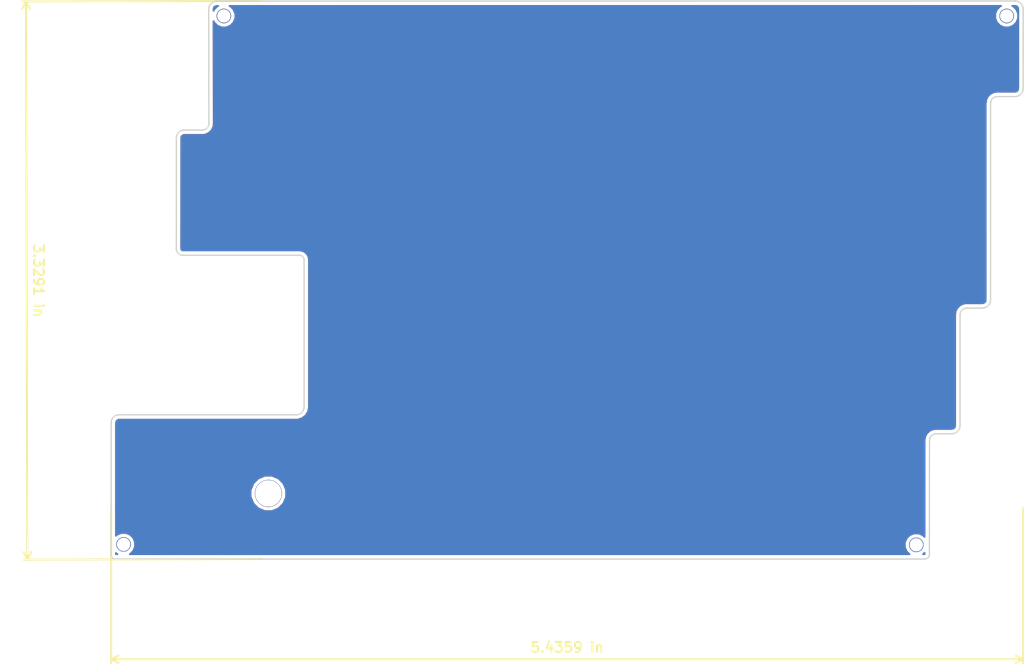
<source format=kicad_pcb>
(kicad_pcb (version 20171130) (host pcbnew "(5.0.2)-1")

  (general
    (thickness 1.6)
    (drawings 160)
    (tracks 5)
    (zones 0)
    (modules 0)
    (nets 1)
  )

  (page A4)
  (layers
    (0 F.Cu signal)
    (31 B.Cu signal)
    (32 B.Adhes user hide)
    (33 F.Adhes user hide)
    (34 B.Paste user hide)
    (35 F.Paste user hide)
    (36 B.SilkS user)
    (37 F.SilkS user)
    (38 B.Mask user)
    (39 F.Mask user)
    (40 Dwgs.User user)
    (41 Cmts.User user)
    (42 Eco1.User user)
    (43 Eco2.User user)
    (44 Edge.Cuts user)
    (45 Margin user)
    (46 B.CrtYd user)
    (47 F.CrtYd user)
    (48 B.Fab user)
    (49 F.Fab user)
  )

  (setup
    (last_trace_width 0.25)
    (trace_clearance 0.2)
    (zone_clearance 0.508)
    (zone_45_only no)
    (trace_min 0.2)
    (segment_width 0.2)
    (edge_width 0.2)
    (via_size 0.8)
    (via_drill 0.4)
    (via_min_size 0.4)
    (via_min_drill 0.3)
    (uvia_size 0.3)
    (uvia_drill 0.1)
    (uvias_allowed no)
    (uvia_min_size 0.2)
    (uvia_min_drill 0.1)
    (pcb_text_width 0.3)
    (pcb_text_size 1.5 1.5)
    (mod_edge_width 0.15)
    (mod_text_size 1 1)
    (mod_text_width 0.15)
    (pad_size 1.524 1.524)
    (pad_drill 0.762)
    (pad_to_mask_clearance 0.051)
    (solder_mask_min_width 0.25)
    (aux_axis_origin 0 0)
    (visible_elements 7FFFFFFF)
    (pcbplotparams
      (layerselection 0x010f0_ffffffff)
      (usegerberextensions false)
      (usegerberattributes false)
      (usegerberadvancedattributes false)
      (creategerberjobfile false)
      (excludeedgelayer true)
      (linewidth 0.100000)
      (plotframeref false)
      (viasonmask false)
      (mode 1)
      (useauxorigin false)
      (hpglpennumber 1)
      (hpglpenspeed 20)
      (hpglpendiameter 15.000000)
      (psnegative false)
      (psa4output false)
      (plotreference true)
      (plotvalue true)
      (plotinvisibletext false)
      (padsonsilk false)
      (subtractmaskfromsilk false)
      (outputformat 1)
      (mirror false)
      (drillshape 0)
      (scaleselection 1)
      (outputdirectory "../../../../../Desktop/sockets-split-1.2/sockets-split-bottom/"))
  )

  (net 0 "")

  (net_class Default "これはデフォルトのネット クラスです。"
    (clearance 0.2)
    (trace_width 0.25)
    (via_dia 0.8)
    (via_drill 0.4)
    (uvia_dia 0.3)
    (uvia_drill 0.1)
  )

  (dimension 138.072998 (width 0.3) (layer F.SilkS)
    (gr_text "138.073 mm" (at 143.286499 153.57) (layer F.SilkS)
      (effects (font (size 1.5 1.5) (thickness 0.3)))
    )
    (feature1 (pts (xy 212.322998 128.58) (xy 212.322998 152.056421)))
    (feature2 (pts (xy 74.25 128.58) (xy 74.25 152.056421)))
    (crossbar (pts (xy 74.25 151.47) (xy 212.322998 151.47)))
    (arrow1a (pts (xy 212.322998 151.47) (xy 211.196494 152.056421)))
    (arrow1b (pts (xy 212.322998 151.47) (xy 211.196494 150.883579)))
    (arrow2a (pts (xy 74.25 151.47) (xy 75.376504 152.056421)))
    (arrow2b (pts (xy 74.25 151.47) (xy 75.376504 150.883579)))
  )
  (dimension 84.560237 (width 0.3) (layer F.SilkS)
    (gr_text "84.560 mm" (at 59.354128 94.099181 270.1355148) (layer F.SilkS)
      (effects (font (size 1.5 1.5) (thickness 0.3)))
    )
    (feature1 (pts (xy 97.16 136.29) (xy 60.967702 136.375601)))
    (feature2 (pts (xy 96.96 51.73) (xy 60.767702 51.815601)))
    (crossbar (pts (xy 61.354122 51.814214) (xy 61.554122 136.374214)))
    (arrow1a (pts (xy 61.554122 136.374214) (xy 60.965039 135.2491)))
    (arrow1b (pts (xy 61.554122 136.374214) (xy 62.137877 135.246326)))
    (arrow2a (pts (xy 61.354122 51.814214) (xy 60.770367 52.942102)))
    (arrow2b (pts (xy 61.354122 51.814214) (xy 61.943205 52.939328)))
  )
  (gr_circle (center 98.06 126.35) (end 100.21 126.35) (layer B.Mask) (width 0.2) (tstamp 5DD47D6B))
  (gr_circle (center 98.06 126.35) (end 100.21 126.35) (layer F.Mask) (width 0.2))
  (gr_circle (center 196.15 134.129958) (end 197.340042 134.129958) (layer B.Mask) (width 0.2) (tstamp 5DD47D25))
  (gr_circle (center 196.15 134.129958) (end 197.340042 134.129958) (layer F.Mask) (width 0.2) (tstamp 5DD47D25))
  (gr_circle (center 76.129958 134.067) (end 77.32 134.067) (layer B.Mask) (width 0.2) (tstamp 5DD47D25))
  (gr_circle (center 76.129958 134.067) (end 77.32 134.067) (layer F.Mask) (width 0.2) (tstamp 5DD47D25))
  (gr_circle (center 91.31 53.99) (end 92.500042 53.99) (layer B.Mask) (width 0.2) (tstamp 5DD47D25))
  (gr_circle (center 91.309958 53.99) (end 90.419958 53.2) (layer F.Mask) (width 0.2) (tstamp 5DD47D17))
  (gr_circle (center 209.84 53.999958) (end 211.030042 53.999958) (layer B.Mask) (width 0.2) (tstamp 5DD47D17))
  (gr_circle (center 209.839958 54) (end 208.949958 53.21) (layer F.Mask) (width 0.2))
  (gr_arc (start 197.43 135.58) (end 197.43 136.29) (angle -90) (layer Edge.Cuts) (width 0.2))
  (gr_line (start 198.151 118.35) (end 198.137 135.596) (layer Edge.Cuts) (width 0.2))
  (gr_arc (start 74.82 135.717) (end 74.25 135.717) (angle -90) (layer Edge.Cuts) (width 0.2))
  (gr_arc (start 102.259834 113.229999) (end 102.279833 114.429998) (angle -89.04515875) (layer Edge.Cuts) (width 0.2))
  (gr_line (start 75.45 114.43) (end 102.29 114.43) (layer Edge.Cuts) (width 0.2))
  (gr_arc (start 75.430042 115.599999) (end 75.440041 114.43) (angle -90.48969559) (layer Edge.Cuts) (width 0.2))
  (gr_arc (start 102.77 90.95) (end 103.46 90.95) (angle -90) (layer Edge.Cuts) (width 0.2))
  (gr_line (start 85.09 90.26) (end 102.72 90.26) (layer Edge.Cuts) (width 0.2))
  (gr_line (start 103.46 90.99) (end 103.46 113.23) (layer Edge.Cuts) (width 0.2))
  (gr_line (start 88.2842 71.2565) (end 88.6021 71.1193) (layer Edge.Cuts) (width 0.2))
  (gr_arc (start 85.09 89.28) (end 84.11 89.28) (angle -90) (layer Edge.Cuts) (width 0.2) (tstamp 5DBC59B8))
  (gr_line (start 202.722 116.438) (end 202.719 116.449) (layer Edge.Cuts) (width 0.2))
  (gr_line (start 202.776 99.335) (end 202.776 99.337) (layer Edge.Cuts) (width 0.2))
  (gr_line (start 202.522 116.837) (end 202.247 117.097) (layer Edge.Cuts) (width 0.2))
  (gr_line (start 202.543 116.809) (end 202.522 116.837) (layer Edge.Cuts) (width 0.2))
  (gr_line (start 202.755 116.159) (end 202.722 116.438) (layer Edge.Cuts) (width 0.2))
  (gr_line (start 202.771 116.131) (end 202.755 116.159) (layer Edge.Cuts) (width 0.2))
  (gr_line (start 202.776 116.105) (end 202.771 116.131) (layer Edge.Cuts) (width 0.2))
  (gr_line (start 202.818 98.977) (end 202.776 99.335) (layer Edge.Cuts) (width 0.2))
  (gr_line (start 206.216 98.26) (end 206.19 98.265) (layer Edge.Cuts) (width 0.2))
  (gr_line (start 206.486 98.219) (end 206.472 98.223) (layer Edge.Cuts) (width 0.2))
  (gr_line (start 202.543 116.809) (end 202.543 116.809) (layer Edge.Cuts) (width 0.2))
  (gr_line (start 202.712 116.471) (end 202.543 116.809) (layer Edge.Cuts) (width 0.2))
  (gr_line (start 202.776 99.337) (end 202.776 116.105) (layer Edge.Cuts) (width 0.2))
  (gr_line (start 202.972 98.67) (end 202.818 98.977) (layer Edge.Cuts) (width 0.2))
  (gr_line (start 203.222 98.434) (end 202.972 98.67) (layer Edge.Cuts) (width 0.2))
  (gr_line (start 206.231 98.252) (end 206.216 98.26) (layer Edge.Cuts) (width 0.2))
  (gr_line (start 203.777 98.269) (end 203.54 98.297) (layer Edge.Cuts) (width 0.2))
  (gr_line (start 203.806 98.261) (end 203.777 98.269) (layer Edge.Cuts) (width 0.2))
  (gr_line (start 202.719 116.449) (end 202.712 116.471) (layer Edge.Cuts) (width 0.2))
  (gr_line (start 206.19 98.265) (end 203.806 98.261) (layer Edge.Cuts) (width 0.2))
  (gr_line (start 203.54 98.297) (end 203.222 98.434) (layer Edge.Cuts) (width 0.2))
  (gr_line (start 206.472 98.223) (end 206.231 98.252) (layer Edge.Cuts) (width 0.2))
  (gr_line (start 202.247 117.097) (end 202.218 117.116) (layer Edge.Cuts) (width 0.2))
  (gr_line (start 206.848 98.066) (end 206.5 98.216) (layer Edge.Cuts) (width 0.2))
  (gr_line (start 206.877 98.047) (end 206.848 98.066) (layer Edge.Cuts) (width 0.2))
  (gr_line (start 207.152 97.787) (end 206.877 98.047) (layer Edge.Cuts) (width 0.2))
  (gr_line (start 207.173 97.759) (end 207.152 97.787) (layer Edge.Cuts) (width 0.2))
  (gr_line (start 207.173 97.759) (end 207.173 97.759) (layer Edge.Cuts) (width 0.2))
  (gr_line (start 207.387 97.094) (end 207.352 97.388) (layer Edge.Cuts) (width 0.2))
  (gr_line (start 207.398 97.0572) (end 207.393 97.083) (layer Edge.Cuts) (width 0.2))
  (gr_line (start 208.17 66.2435) (end 207.852 66.3807) (layer Edge.Cuts) (width 0.2))
  (gr_line (start 207.352 97.388) (end 207.349 97.399) (layer Edge.Cuts) (width 0.2))
  (gr_line (start 207.852 66.3807) (end 207.602 66.6163) (layer Edge.Cuts) (width 0.2) (tstamp 5DE6B785))
  (gr_line (start 207.342 97.421) (end 207.173 97.759) (layer Edge.Cuts) (width 0.2))
  (gr_line (start 207.393 97.083) (end 207.387 97.094) (layer Edge.Cuts) (width 0.2))
  (gr_line (start 207.448 66.9231) (end 207.406 67.2816) (layer Edge.Cuts) (width 0.2))
  (gr_line (start 208.424 66.2105) (end 208.407 66.2158) (layer Edge.Cuts) (width 0.2))
  (gr_line (start 207.406 67.2816) (end 207.396 67.3148) (layer Edge.Cuts) (width 0.2))
  (gr_line (start 211.126 66.2116) (end 211.117 66.2133) (layer Edge.Cuts) (width 0.2))
  (gr_line (start 211.149 66.2129) (end 211.126 66.2116) (layer Edge.Cuts) (width 0.2))
  (gr_line (start 207.602 66.6163) (end 207.448 66.9231) (layer Edge.Cuts) (width 0.2))
  (gr_line (start 207.349 97.399) (end 207.342 97.421) (layer Edge.Cuts) (width 0.2))
  (gr_line (start 208.407 66.2158) (end 208.17 66.2435) (layer Edge.Cuts) (width 0.2))
  (gr_line (start 211.117 66.2133) (end 208.424 66.2105) (layer Edge.Cuts) (width 0.2))
  (gr_line (start 206.5 98.216) (end 206.486 98.219) (layer Edge.Cuts) (width 0.2))
  (gr_line (start 207.396 67.3148) (end 207.398 97.0572) (layer Edge.Cuts) (width 0.2))
  (gr_line (start 74.247 135.717) (end 74.247 115.593) (layer Edge.Cuts) (width 0.2))
  (gr_line (start 84.1516 72.1524) (end 84.1615 72.1191) (layer Edge.Cuts) (width 0.2))
  (gr_line (start 84.1097 72.5631) (end 84.1077 72.5284) (layer Edge.Cuts) (width 0.2))
  (gr_line (start 84.1235 72.595) (end 84.1097 72.5631) (layer Edge.Cuts) (width 0.2))
  (gr_line (start 84.1239 72.5954) (end 84.1235 72.595) (layer Edge.Cuts) (width 0.2))
  (gr_line (start 84.113 89.2607) (end 84.1239 72.5954) (layer Edge.Cuts) (width 0.2))
  (gr_line (start 84.3521 71.753) (end 84.6274 71.4931) (layer Edge.Cuts) (width 0.2))
  (gr_line (start 84.3314 71.7808) (end 84.3521 71.753) (layer Edge.Cuts) (width 0.2))
  (gr_line (start 84.1615 72.1191) (end 84.3314 71.7808) (layer Edge.Cuts) (width 0.2))
  (gr_line (start 84.1077 72.5284) (end 84.1516 72.1524) (layer Edge.Cuts) (width 0.2))
  (gr_line (start 197.442 136.29) (end 74.82 136.29) (layer Edge.Cuts) (width 0.2))
  (gr_line (start 201.842 117.273) (end 201.605 117.301) (layer Edge.Cuts) (width 0.2))
  (gr_line (start 202.218 117.116) (end 201.87 117.266) (layer Edge.Cuts) (width 0.2))
  (gr_line (start 201.87 117.266) (end 201.856 117.269) (layer Edge.Cuts) (width 0.2))
  (gr_line (start 198.594 117.474) (end 198.344 117.71) (layer Edge.Cuts) (width 0.2))
  (gr_line (start 199.145 117.31) (end 198.912 117.337) (layer Edge.Cuts) (width 0.2))
  (gr_line (start 201.856 117.269) (end 201.842 117.273) (layer Edge.Cuts) (width 0.2))
  (gr_line (start 201.605 117.301) (end 201.594 117.307) (layer Edge.Cuts) (width 0.2))
  (gr_line (start 198.344 117.71) (end 198.19 118.017) (layer Edge.Cuts) (width 0.2))
  (gr_line (start 201.568 117.312) (end 199.159 117.312) (layer Edge.Cuts) (width 0.2))
  (gr_line (start 198.912 117.337) (end 198.594 117.474) (layer Edge.Cuts) (width 0.2))
  (gr_line (start 201.594 117.307) (end 201.568 117.312) (layer Edge.Cuts) (width 0.2))
  (gr_line (start 198.19 118.017) (end 198.151 118.35) (layer Edge.Cuts) (width 0.2))
  (gr_line (start 199.159 117.312) (end 199.145 117.31) (layer Edge.Cuts) (width 0.2))
  (gr_line (start 212.324 64.9677) (end 212.324 64.9716) (layer Edge.Cuts) (width 0.2))
  (gr_line (start 211.776 66.0259) (end 211.428 66.1759) (layer Edge.Cuts) (width 0.2))
  (gr_line (start 212.32 52.9105) (end 212.322 52.9153) (layer Edge.Cuts) (width 0.2))
  (gr_line (start 211.805 66.0069) (end 211.776 66.0259) (layer Edge.Cuts) (width 0.2))
  (gr_line (start 212.281 65.3476) (end 212.277 65.3591) (layer Edge.Cuts) (width 0.2))
  (gr_line (start 212.32 52.9065) (end 212.32 52.9105) (layer Edge.Cuts) (width 0.2))
  (gr_line (start 212.327 52.9413) (end 212.324 64.9677) (layer Edge.Cuts) (width 0.2))
  (gr_line (start 212.322 52.9153) (end 212.327 52.9413) (layer Edge.Cuts) (width 0.2))
  (gr_line (start 212.29 52.655) (end 212.32 52.9065) (layer Edge.Cuts) (width 0.2))
  (gr_line (start 212.271 65.3809) (end 212.101 65.7192) (layer Edge.Cuts) (width 0.2))
  (gr_line (start 212.317 65.0366) (end 212.281 65.3476) (layer Edge.Cuts) (width 0.2))
  (gr_line (start 211.4 66.1834) (end 211.149 66.2129) (layer Edge.Cuts) (width 0.2))
  (gr_line (start 211.414 66.1793) (end 211.4 66.1834) (layer Edge.Cuts) (width 0.2))
  (gr_line (start 212.286 52.6411) (end 212.29 52.655) (layer Edge.Cuts) (width 0.2))
  (gr_line (start 212.324 64.9716) (end 212.324 64.9735) (layer Edge.Cuts) (width 0.2))
  (gr_line (start 211.428 66.1759) (end 211.414 66.1793) (layer Edge.Cuts) (width 0.2))
  (gr_line (start 212.08 65.747) (end 211.805 66.0069) (layer Edge.Cuts) (width 0.2))
  (gr_line (start 212.32 65.0318) (end 212.317 65.0366) (layer Edge.Cuts) (width 0.2))
  (gr_line (start 212.324 64.9735) (end 212.324 65.0058) (layer Edge.Cuts) (width 0.2))
  (gr_line (start 212.101 65.7192) (end 212.08 65.747) (layer Edge.Cuts) (width 0.2))
  (gr_line (start 212.277 65.3591) (end 212.271 65.3809) (layer Edge.Cuts) (width 0.2))
  (gr_line (start 212.324 65.0058) (end 212.32 65.0318) (layer Edge.Cuts) (width 0.2))
  (gr_line (start 90.1987 51.7494) (end 90.2247 51.7448) (layer Edge.Cuts) (width 0.2))
  (gr_line (start 212.114 52.2504) (end 212.133 52.2794) (layer Edge.Cuts) (width 0.2))
  (gr_line (start 211.042 51.7335) (end 211.044 51.7327) (layer Edge.Cuts) (width 0.2))
  (gr_line (start 89.5461 51.9574) (end 89.5664 51.9441) (layer Edge.Cuts) (width 0.2))
  (gr_line (start 211.044 51.7327) (end 211.079 51.7307) (layer Edge.Cuts) (width 0.2))
  (gr_line (start 89.5374 51.9631) (end 89.5461 51.9574) (layer Edge.Cuts) (width 0.2))
  (gr_line (start 211.102 51.7334) (end 211.12 51.7334) (layer Edge.Cuts) (width 0.2))
  (gr_line (start 211.826 51.9544) (end 211.854 51.9751) (layer Edge.Cuts) (width 0.2))
  (gr_line (start 211.12 51.7334) (end 211.146 51.738) (layer Edge.Cuts) (width 0.2))
  (gr_line (start 211.079 51.7307) (end 211.102 51.7334) (layer Edge.Cuts) (width 0.2))
  (gr_line (start 90.2247 51.7448) (end 211.042 51.7335) (layer Edge.Cuts) (width 0.2))
  (gr_line (start 89.914 51.7941) (end 89.9281 51.7907) (layer Edge.Cuts) (width 0.2))
  (gr_line (start 211.488 51.7845) (end 211.826 51.9544) (layer Edge.Cuts) (width 0.2))
  (gr_line (start 211.147 51.7387) (end 211.455 51.7746) (layer Edge.Cuts) (width 0.2))
  (gr_line (start 211.146 51.738) (end 211.147 51.7387) (layer Edge.Cuts) (width 0.2))
  (gr_line (start 89.942 51.7866) (end 90.1832 51.7583) (layer Edge.Cuts) (width 0.2))
  (gr_line (start 212.283 52.627) (end 212.286 52.6411) (layer Edge.Cuts) (width 0.2))
  (gr_line (start 89.9281 51.7907) (end 89.942 51.7866) (layer Edge.Cuts) (width 0.2))
  (gr_line (start 211.854 51.9751) (end 212.114 52.2504) (layer Edge.Cuts) (width 0.2))
  (gr_line (start 212.133 52.2794) (end 212.283 52.627) (layer Edge.Cuts) (width 0.2))
  (gr_line (start 89.5664 51.9441) (end 89.914 51.7941) (layer Edge.Cuts) (width 0.2))
  (gr_line (start 211.455 51.7746) (end 211.488 51.7845) (layer Edge.Cuts) (width 0.2))
  (gr_line (start 90.1832 51.7583) (end 90.1987 51.7494) (layer Edge.Cuts) (width 0.2))
  (gr_line (start 89.2414 52.2508) (end 89.2621 52.223) (layer Edge.Cuts) (width 0.2))
  (gr_line (start 88.8518 70.8837) (end 89.0058 70.5769) (layer Edge.Cuts) (width 0.2))
  (gr_line (start 85.032 71.3166) (end 85.2835 71.2871) (layer Edge.Cuts) (width 0.2))
  (gr_line (start 84.6274 71.4931) (end 84.6564 71.4741) (layer Edge.Cuts) (width 0.2))
  (gr_line (start 89.0715 52.5891) (end 89.2414 52.2508) (layer Edge.Cuts) (width 0.2))
  (gr_line (start 89.0219 52.9265) (end 89.0271 52.9173) (layer Edge.Cuts) (width 0.2))
  (gr_line (start 89.0616 52.6224) (end 89.0715 52.5891) (layer Edge.Cuts) (width 0.2))
  (gr_line (start 89.0271 52.9173) (end 89.0616 52.6224) (layer Edge.Cuts) (width 0.2))
  (gr_line (start 89.0476 70.2191) (end 89.0174 52.9525) (layer Edge.Cuts) (width 0.2))
  (gr_line (start 84.6564 71.4741) (end 85.004 71.3241) (layer Edge.Cuts) (width 0.2))
  (gr_line (start 89.0058 70.5769) (end 89.0476 70.2191) (layer Edge.Cuts) (width 0.2))
  (gr_line (start 85.3314 71.2907) (end 88.0255 71.2907) (layer Edge.Cuts) (width 0.2))
  (gr_line (start 85.004 71.3241) (end 85.0181 71.3207) (layer Edge.Cuts) (width 0.2))
  (gr_line (start 85.0181 71.3207) (end 85.032 71.3166) (layer Edge.Cuts) (width 0.2))
  (gr_line (start 89.0174 52.9525) (end 89.0219 52.9265) (layer Edge.Cuts) (width 0.2))
  (gr_line (start 88.0472 71.2842) (end 88.2842 71.2565) (layer Edge.Cuts) (width 0.2))
  (gr_line (start 85.3182 71.2892) (end 85.3246 71.2919) (layer Edge.Cuts) (width 0.2))
  (gr_line (start 88.6021 71.1193) (end 88.8518 70.8837) (layer Edge.Cuts) (width 0.2))
  (gr_line (start 88.0255 71.2907) (end 88.0472 71.2842) (layer Edge.Cuts) (width 0.2))
  (gr_line (start 85.3246 71.2919) (end 85.3314 71.2907) (layer Edge.Cuts) (width 0.2))
  (gr_line (start 85.2835 71.2871) (end 85.3182 71.2892) (layer Edge.Cuts) (width 0.2))
  (gr_line (start 89.2621 52.223) (end 89.5374 51.9631) (layer Edge.Cuts) (width 0.2))

  (via (at 196.15 134.137) (size 2.2) (drill 2) (layers F.Cu B.Cu) (net 0))
  (via (at 76.13 134.067) (size 2.2) (drill 2) (layers F.Cu B.Cu) (net 0) (tstamp 5DBD923E))
  (via (at 209.84 54) (size 2.2) (drill 2) (layers F.Cu B.Cu) (net 0))
  (via (at 91.31 54) (size 2.2) (drill 2) (layers F.Cu B.Cu) (net 0))
  (via (at 98.056 126.345) (size 4.1) (drill 4) (layers F.Cu B.Cu) (net 0) (tstamp 5DD47D59))

  (zone (net 0) (net_name "") (layer F.Cu) (tstamp 5DE6B2CD) (hatch edge 0.508)
    (connect_pads (clearance 0.508))
    (min_thickness 0.254)
    (fill yes (arc_segments 16) (thermal_gap 0.508) (thermal_bridge_width 0.508))
    (polygon
      (pts
        (xy 74.35 136.92) (xy 198.11 136.87) (xy 198.2 117.91) (xy 199.16 117.33) (xy 201.85 117.24)
        (xy 202.68 116.68) (xy 202.77 115.81) (xy 202.86 98.9) (xy 203.63 98.26) (xy 206.47 98.26)
        (xy 206.97 98.04) (xy 207.29 97.53) (xy 207.38 97.03) (xy 207.48375 67.0475) (xy 208.12 66.28)
        (xy 211.86 66.22) (xy 212.3875 64.91) (xy 212.32 52.82) (xy 212 52.23) (xy 211.17 51.72)
        (xy 90.2 51.77) (xy 89.33 52.04) (xy 88.97 52.86) (xy 89.1 70.51) (xy 88.28 71.29)
        (xy 84.99 71.29) (xy 84.17 71.92) (xy 84.08 89.61) (xy 84.95 90.38) (xy 102.99 90.29)
        (xy 103.4 91.07) (xy 103.49 113.45) (xy 102.9 114.28) (xy 74.92 114.46) (xy 74.23 115.33)
        (xy 74.32 136.6)
      )
    )
    (filled_polygon
      (pts
        (xy 197.40206 135.522387) (xy 197.397137 135.547137) (xy 197.357607 135.555) (xy 197.185661 135.555) (xy 197.402209 135.338452)
      )
    )
    (filled_polygon
      (pts
        (xy 211.032863 52.482843) (xy 211.083649 52.473383) (xy 211.089232 52.474371) (xy 211.106859 52.473997) (xy 211.258245 52.491642)
        (xy 211.396488 52.561132) (xy 211.502501 52.673384) (xy 211.570885 52.831852) (xy 211.576735 52.880897) (xy 211.570603 52.912067)
        (xy 211.591982 53.018382) (xy 211.589021 64.883476) (xy 211.577891 64.912845) (xy 211.580709 65.005362) (xy 211.563822 65.151247)
        (xy 211.494651 65.288898) (xy 211.382012 65.395352) (xy 211.222196 65.464238) (xy 211.126671 65.475465) (xy 211.095205 65.473687)
        (xy 211.078043 65.476103) (xy 211.06071 65.475936) (xy 211.048571 65.478229) (xy 208.530514 65.475611) (xy 208.491716 65.464167)
        (xy 208.385441 65.47546) (xy 208.352377 65.475426) (xy 208.31363 65.483091) (xy 208.274346 65.487266) (xy 208.253637 65.493722)
        (xy 208.19429 65.500659) (xy 208.159045 65.494182) (xy 208.05012 65.517509) (xy 208.012778 65.521873) (xy 207.979499 65.532632)
        (xy 207.945296 65.539957) (xy 207.910774 65.554852) (xy 207.804783 65.589119) (xy 207.777499 65.612353) (xy 207.642414 65.670635)
        (xy 207.585867 65.68015) (xy 207.509418 65.728016) (xy 207.494366 65.73451) (xy 207.448163 65.766368) (xy 207.400591 65.796154)
        (xy 207.38866 65.807398) (xy 207.314405 65.858599) (xy 207.283247 65.906739) (xy 207.162195 66.020819) (xy 207.111879 66.049397)
        (xy 207.056782 66.120161) (xy 207.04523 66.131047) (xy 207.012388 66.177177) (xy 206.977585 66.221876) (xy 206.970461 66.236068)
        (xy 206.918451 66.309122) (xy 206.905485 66.365514) (xy 206.830945 66.514013) (xy 206.793719 66.557704) (xy 206.765966 66.643466)
        (xy 206.758637 66.658066) (xy 206.743714 66.712226) (xy 206.726416 66.76568) (xy 206.724515 66.781907) (xy 206.700571 66.868808)
        (xy 206.707661 66.925767) (xy 206.684274 67.125395) (xy 206.682022 67.13672) (xy 206.671355 67.172134) (xy 206.667936 67.207559)
        (xy 206.660996 67.242462) (xy 206.660998 67.279444) (xy 206.650356 67.389717) (xy 206.661008 67.424586) (xy 206.662993 96.94663)
        (xy 206.641859 97.014231) (xy 206.648077 97.083361) (xy 206.635268 97.190955) (xy 206.565952 97.329588) (xy 206.453954 97.435477)
        (xy 206.294984 97.503999) (xy 206.223358 97.512618) (xy 206.158231 97.506143) (xy 206.079937 97.529815) (xy 203.925168 97.526199)
        (xy 203.898339 97.517312) (xy 203.779852 97.525956) (xy 203.734846 97.52588) (xy 203.707808 97.531211) (xy 203.680324 97.533216)
        (xy 203.636939 97.545184) (xy 203.633751 97.545813) (xy 203.564027 97.55405) (xy 203.529443 97.547676) (xy 203.419864 97.571082)
        (xy 203.381877 97.57557) (xy 203.349234 97.586169) (xy 203.31567 97.593338) (xy 203.280538 97.608473) (xy 203.173966 97.643076)
        (xy 203.147221 97.665909) (xy 203.012317 97.724028) (xy 202.955273 97.733676) (xy 202.879299 97.781335) (xy 202.864709 97.78762)
        (xy 202.818065 97.819746) (xy 202.770096 97.849837) (xy 202.758547 97.86074) (xy 202.684682 97.911614) (xy 202.65322 97.960168)
        (xy 202.531848 98.074743) (xy 202.481731 98.103225) (xy 202.426523 98.17417) (xy 202.414819 98.185218) (xy 202.382129 98.231217)
        (xy 202.347482 98.27574) (xy 202.340267 98.290122) (xy 202.288191 98.363401) (xy 202.275321 98.419593) (xy 202.200909 98.567934)
        (xy 202.163778 98.611499) (xy 202.135964 98.697403) (xy 202.128568 98.712146) (xy 202.113699 98.766168) (xy 202.096442 98.819464)
        (xy 202.09452 98.835843) (xy 202.070557 98.922904) (xy 202.077642 98.979706) (xy 202.049415 99.220308) (xy 202.041 99.262613)
        (xy 202.041 99.292035) (xy 202.037572 99.321254) (xy 202.041 99.364245) (xy 202.041001 115.976552) (xy 202.011585 116.064494)
        (xy 202.016966 116.141341) (xy 202.005157 116.241177) (xy 201.935952 116.379588) (xy 201.823954 116.485477) (xy 201.665612 116.553728)
        (xy 201.594692 116.562107) (xy 201.525231 116.555859) (xy 201.457606 116.577) (xy 199.211233 116.577) (xy 199.177284 116.57215)
        (xy 199.154767 116.573377) (xy 199.132301 116.571554) (xy 199.082634 116.577309) (xy 198.959013 116.584048) (xy 198.938152 116.594052)
        (xy 198.936853 116.594202) (xy 198.901443 116.587676) (xy 198.792666 116.610911) (xy 198.755488 116.615219) (xy 198.72204 116.625997)
        (xy 198.68767 116.633338) (xy 198.653294 116.648148) (xy 198.547427 116.68226) (xy 198.519991 116.705577) (xy 198.384317 116.764028)
        (xy 198.327273 116.773676) (xy 198.251299 116.821335) (xy 198.236709 116.82762) (xy 198.190065 116.859746) (xy 198.142096 116.889837)
        (xy 198.130547 116.90074) (xy 198.056682 116.951614) (xy 198.02522 117.000168) (xy 197.903848 117.114743) (xy 197.853731 117.143225)
        (xy 197.798523 117.21417) (xy 197.786819 117.225218) (xy 197.754129 117.271217) (xy 197.719482 117.31574) (xy 197.712267 117.330122)
        (xy 197.660191 117.403401) (xy 197.647321 117.459593) (xy 197.572876 117.607999) (xy 197.535706 117.651628) (xy 197.50793 117.737469)
        (xy 197.500568 117.752146) (xy 197.485682 117.806227) (xy 197.46841 117.859607) (xy 197.4665 117.875919) (xy 197.442557 117.962904)
        (xy 197.449651 118.019778) (xy 197.424435 118.23509) (xy 197.41606 118.277016) (xy 197.416036 118.306807) (xy 197.41257 118.3364)
        (xy 197.415977 118.379027) (xy 197.404158 132.937497) (xy 197.132799 132.666138) (xy 196.495113 132.402) (xy 195.804887 132.402)
        (xy 195.167201 132.666138) (xy 194.679138 133.154201) (xy 194.415 133.791887) (xy 194.415 134.482113) (xy 194.679138 135.119799)
        (xy 195.114339 135.555) (xy 77.071424 135.555) (xy 77.112799 135.537862) (xy 77.600862 135.049799) (xy 77.865 134.412113)
        (xy 77.865 133.721887) (xy 77.600862 133.084201) (xy 77.112799 132.596138) (xy 76.475113 132.332) (xy 75.784887 132.332)
        (xy 75.147201 132.596138) (xy 74.982 132.761339) (xy 74.982 125.81092) (xy 95.371 125.81092) (xy 95.371 126.87908)
        (xy 95.779767 127.86593) (xy 96.53507 128.621233) (xy 97.52192 129.03) (xy 98.59008 129.03) (xy 99.57693 128.621233)
        (xy 100.332233 127.86593) (xy 100.741 126.87908) (xy 100.741 125.81092) (xy 100.332233 124.82407) (xy 99.57693 124.068767)
        (xy 98.59008 123.66) (xy 97.52192 123.66) (xy 96.53507 124.068767) (xy 95.779767 124.82407) (xy 95.371 125.81092)
        (xy 74.982 125.81092) (xy 74.982 115.73656) (xy 74.982575 115.734574) (xy 75.035959 115.447938) (xy 75.117125 115.316261)
        (xy 75.240248 115.222635) (xy 75.436157 115.165904) (xy 75.456424 115.165) (xy 102.362388 115.165) (xy 102.387274 115.16005)
        (xy 102.418967 115.158235) (xy 102.429536 115.155634) (xy 102.44037 115.156696) (xy 102.581392 115.130432) (xy 103.003532 115.008188)
        (xy 103.060462 114.979555) (xy 103.121868 114.962526) (xy 103.24398 114.887256) (xy 103.593811 114.621239) (xy 103.636618 114.57403)
        (xy 103.687777 114.536036) (xy 103.774601 114.421858) (xy 103.774604 114.421854) (xy 103.774605 114.421852) (xy 104.005215 114.047733)
        (xy 104.028156 113.988282) (xy 104.062208 113.934416) (xy 104.102108 113.79663) (xy 104.181761 113.368945) (xy 104.195 113.302388)
        (xy 104.195 90.917612) (xy 104.180877 90.846611) (xy 104.180877 90.806609) (xy 104.128354 90.542557) (xy 104.035631 90.318704)
        (xy 104.018607 90.277604) (xy 103.869034 90.053752) (xy 103.768148 89.952866) (xy 103.666248 89.850965) (xy 103.442396 89.701393)
        (xy 103.177443 89.591646) (xy 102.913391 89.539123) (xy 102.863389 89.539123) (xy 102.792388 89.525) (xy 85.16239 89.525)
        (xy 85.001752 89.493047) (xy 84.926942 89.44306) (xy 84.876953 89.368247) (xy 84.848024 89.222815) (xy 84.858852 72.668027)
        (xy 84.873299 72.5954) (xy 84.871892 72.588324) (xy 84.872807 72.583315) (xy 84.85237 72.488335) (xy 84.868673 72.348705)
        (xy 84.937997 72.210668) (xy 85.050325 72.104624) (xy 85.209872 72.035775) (xy 85.262774 72.02957) (xy 85.319713 72.041282)
        (xy 85.400809 72.0257) (xy 87.915165 72.0257) (xy 87.949443 72.036229) (xy 88.06031 72.0257) (xy 88.097888 72.0257)
        (xy 88.132222 72.01887) (xy 88.167059 72.015562) (xy 88.196447 72.006759) (xy 88.259953 71.999337) (xy 88.29524 72.005817)
        (xy 88.404118 71.982487) (xy 88.441422 71.978127) (xy 88.474746 71.967353) (xy 88.508983 71.960017) (xy 88.543458 71.945138)
        (xy 88.649417 71.910881) (xy 88.676735 71.887618) (xy 88.81193 71.82927) (xy 88.868653 71.819691) (xy 88.944923 71.771873)
        (xy 88.959808 71.765449) (xy 89.006153 71.733485) (xy 89.053859 71.703575) (xy 89.065653 71.692447) (xy 89.139754 71.641339)
        (xy 89.171004 71.593045) (xy 89.291799 71.479071) (xy 89.341921 71.450603) (xy 89.397155 71.379664) (xy 89.408861 71.368619)
        (xy 89.441548 71.322649) (xy 89.476215 71.278124) (xy 89.483438 71.263734) (xy 89.535533 71.190468) (xy 89.548415 71.134287)
        (xy 89.622909 70.985879) (xy 89.6602 70.942083) (xy 89.687888 70.856427) (xy 89.695163 70.841934) (xy 89.710118 70.787656)
        (xy 89.727435 70.734085) (xy 89.729317 70.717978) (xy 89.753229 70.631192) (xy 89.746124 70.574112) (xy 89.774295 70.332973)
        (xy 89.782725 70.290201) (xy 89.782674 70.261246) (xy 89.786034 70.232488) (xy 89.782548 70.189034) (xy 89.755599 54.781118)
        (xy 89.839138 54.982799) (xy 90.327201 55.470862) (xy 90.964887 55.735) (xy 91.655113 55.735) (xy 92.292799 55.470862)
        (xy 92.780862 54.982799) (xy 93.045 54.345113) (xy 93.045 53.654887) (xy 92.780862 53.017201) (xy 92.292799 52.529138)
        (xy 92.173245 52.479617) (xy 209.003134 52.46869) (xy 208.857201 52.529138) (xy 208.369138 53.017201) (xy 208.105 53.654887)
        (xy 208.105 54.345113) (xy 208.369138 54.982799) (xy 208.857201 55.470862) (xy 209.494887 55.735) (xy 210.185113 55.735)
        (xy 210.822799 55.470862) (xy 211.310862 54.982799) (xy 211.575 54.345113) (xy 211.575 53.654887) (xy 211.310862 53.017201)
        (xy 210.822799 52.529138) (xy 210.676488 52.468534) (xy 210.965119 52.468507)
      )
    )
    (filled_polygon
      (pts
        (xy 75.147201 135.537862) (xy 75.188576 135.555) (xy 74.982 135.555) (xy 74.982 135.372661)
      )
    )
    (filled_polygon
      (pts
        (xy 90.327201 52.529138) (xy 89.839138 53.017201) (xy 89.752878 53.225451) (xy 89.752596 53.064057) (xy 89.770951 53.008315)
        (xy 89.765304 52.932757) (xy 89.778639 52.818772) (xy 89.847997 52.680668) (xy 89.960325 52.574624) (xy 90.119882 52.50577)
        (xy 90.201278 52.49622) (xy 90.279253 52.501517) (xy 90.343767 52.479788) (xy 90.446365 52.479779)
      )
    )
  )
  (zone (net 0) (net_name "") (layer B.Cu) (tstamp 5DE6B2CA) (hatch edge 0.508)
    (connect_pads (clearance 0.508))
    (min_thickness 0.254)
    (fill yes (arc_segments 16) (thermal_gap 0.508) (thermal_bridge_width 0.508))
    (polygon
      (pts
        (xy 74.38 136.9) (xy 198.13 136.88) (xy 198.2 117.91) (xy 199.17 117.33) (xy 201.87 117.25)
        (xy 202.69 116.68) (xy 202.76 115.87) (xy 202.86 98.91) (xy 203.64 98.26) (xy 206.5 98.25)
        (xy 206.99 98.03) (xy 207.32 97.34) (xy 207.4 96.7) (xy 207.45 66.89) (xy 208.5 66.16)
        (xy 211.58 66.205) (xy 212.3 65.27) (xy 212.35 52.8) (xy 211.94 52.1) (xy 211.19 51.7)
        (xy 90.18 51.76) (xy 89.3 52.06) (xy 88.97 52.88) (xy 89.11 70.49) (xy 88.31 71.29)
        (xy 84.99 71.3) (xy 84.2 71.86) (xy 84.09 89.57) (xy 84.96 90.4) (xy 102.99 90.29)
        (xy 103.41 91.07) (xy 103.46 113.48) (xy 102.89 114.25) (xy 74.93 114.44) (xy 74.21 115.34)
        (xy 74.32 136.6)
      )
    )
    (filled_polygon
      (pts
        (xy 197.40206 135.522387) (xy 197.397137 135.547137) (xy 197.357607 135.555) (xy 197.185661 135.555) (xy 197.402209 135.338452)
      )
    )
    (filled_polygon
      (pts
        (xy 75.147201 135.537862) (xy 75.188576 135.555) (xy 74.982 135.555) (xy 74.982 135.372661)
      )
    )
    (filled_polygon
      (pts
        (xy 211.032863 52.482843) (xy 211.083649 52.473383) (xy 211.089232 52.474371) (xy 211.106859 52.473997) (xy 211.258245 52.491642)
        (xy 211.396488 52.561132) (xy 211.502501 52.673384) (xy 211.570885 52.831852) (xy 211.576735 52.880897) (xy 211.570603 52.912067)
        (xy 211.591982 53.018382) (xy 211.589021 64.883476) (xy 211.577891 64.912845) (xy 211.580709 65.005362) (xy 211.563822 65.151247)
        (xy 211.494651 65.288898) (xy 211.382012 65.395352) (xy 211.222196 65.464238) (xy 211.126671 65.475465) (xy 211.095205 65.473687)
        (xy 211.078043 65.476103) (xy 211.06071 65.475936) (xy 211.048571 65.478229) (xy 208.530514 65.475611) (xy 208.491716 65.464167)
        (xy 208.385441 65.47546) (xy 208.352377 65.475426) (xy 208.31363 65.483091) (xy 208.274346 65.487266) (xy 208.253637 65.493722)
        (xy 208.19429 65.500659) (xy 208.159045 65.494182) (xy 208.05012 65.517509) (xy 208.012778 65.521873) (xy 207.979499 65.532632)
        (xy 207.945296 65.539957) (xy 207.910774 65.554852) (xy 207.804783 65.589119) (xy 207.777499 65.612353) (xy 207.642414 65.670635)
        (xy 207.585867 65.68015) (xy 207.509418 65.728016) (xy 207.494366 65.73451) (xy 207.448163 65.766368) (xy 207.400591 65.796154)
        (xy 207.38866 65.807398) (xy 207.314405 65.858599) (xy 207.283247 65.906739) (xy 207.162195 66.020819) (xy 207.111879 66.049397)
        (xy 207.056782 66.120161) (xy 207.04523 66.131047) (xy 207.012388 66.177177) (xy 206.977585 66.221876) (xy 206.970461 66.236068)
        (xy 206.918451 66.309122) (xy 206.905485 66.365514) (xy 206.830945 66.514013) (xy 206.793719 66.557704) (xy 206.765966 66.643466)
        (xy 206.758637 66.658066) (xy 206.743714 66.712226) (xy 206.726416 66.76568) (xy 206.724515 66.781907) (xy 206.700571 66.868808)
        (xy 206.707661 66.925767) (xy 206.684274 67.125395) (xy 206.682022 67.13672) (xy 206.671355 67.172134) (xy 206.667936 67.207559)
        (xy 206.660996 67.242462) (xy 206.660998 67.279444) (xy 206.650356 67.389717) (xy 206.661008 67.424586) (xy 206.662993 96.94663)
        (xy 206.641859 97.014231) (xy 206.648077 97.083361) (xy 206.635268 97.190955) (xy 206.565952 97.329588) (xy 206.453954 97.435477)
        (xy 206.294984 97.503999) (xy 206.223358 97.512618) (xy 206.158231 97.506143) (xy 206.079937 97.529815) (xy 203.925168 97.526199)
        (xy 203.898339 97.517312) (xy 203.779852 97.525956) (xy 203.734846 97.52588) (xy 203.707808 97.531211) (xy 203.680324 97.533216)
        (xy 203.636939 97.545184) (xy 203.633751 97.545813) (xy 203.564027 97.55405) (xy 203.529443 97.547676) (xy 203.419864 97.571082)
        (xy 203.381877 97.57557) (xy 203.349234 97.586169) (xy 203.31567 97.593338) (xy 203.280538 97.608473) (xy 203.173966 97.643076)
        (xy 203.147221 97.665909) (xy 203.012317 97.724028) (xy 202.955273 97.733676) (xy 202.879299 97.781335) (xy 202.864709 97.78762)
        (xy 202.818065 97.819746) (xy 202.770096 97.849837) (xy 202.758547 97.86074) (xy 202.684682 97.911614) (xy 202.65322 97.960168)
        (xy 202.531848 98.074743) (xy 202.481731 98.103225) (xy 202.426523 98.17417) (xy 202.414819 98.185218) (xy 202.382129 98.231217)
        (xy 202.347482 98.27574) (xy 202.340267 98.290122) (xy 202.288191 98.363401) (xy 202.275321 98.419593) (xy 202.200909 98.567934)
        (xy 202.163778 98.611499) (xy 202.135964 98.697403) (xy 202.128568 98.712146) (xy 202.113699 98.766168) (xy 202.096442 98.819464)
        (xy 202.09452 98.835843) (xy 202.070557 98.922904) (xy 202.077642 98.979706) (xy 202.049415 99.220308) (xy 202.041 99.262613)
        (xy 202.041 99.292035) (xy 202.037572 99.321254) (xy 202.041 99.364245) (xy 202.041001 115.976552) (xy 202.011585 116.064494)
        (xy 202.016966 116.141341) (xy 202.005157 116.241177) (xy 201.935952 116.379588) (xy 201.823954 116.485477) (xy 201.665612 116.553728)
        (xy 201.594692 116.562107) (xy 201.525231 116.555859) (xy 201.457606 116.577) (xy 199.211233 116.577) (xy 199.177284 116.57215)
        (xy 199.154767 116.573377) (xy 199.132301 116.571554) (xy 199.082634 116.577309) (xy 198.959013 116.584048) (xy 198.938152 116.594052)
        (xy 198.936853 116.594202) (xy 198.901443 116.587676) (xy 198.792666 116.610911) (xy 198.755488 116.615219) (xy 198.72204 116.625997)
        (xy 198.68767 116.633338) (xy 198.653294 116.648148) (xy 198.547427 116.68226) (xy 198.519991 116.705577) (xy 198.384317 116.764028)
        (xy 198.327273 116.773676) (xy 198.251299 116.821335) (xy 198.236709 116.82762) (xy 198.190065 116.859746) (xy 198.142096 116.889837)
        (xy 198.130547 116.90074) (xy 198.056682 116.951614) (xy 198.02522 117.000168) (xy 197.903848 117.114743) (xy 197.853731 117.143225)
        (xy 197.798523 117.21417) (xy 197.786819 117.225218) (xy 197.754129 117.271217) (xy 197.719482 117.31574) (xy 197.712267 117.330122)
        (xy 197.660191 117.403401) (xy 197.647321 117.459593) (xy 197.572876 117.607999) (xy 197.535706 117.651628) (xy 197.50793 117.737469)
        (xy 197.500568 117.752146) (xy 197.485682 117.806227) (xy 197.46841 117.859607) (xy 197.4665 117.875919) (xy 197.442557 117.962904)
        (xy 197.449651 118.019778) (xy 197.424435 118.23509) (xy 197.41606 118.277016) (xy 197.416036 118.306807) (xy 197.41257 118.3364)
        (xy 197.415977 118.379027) (xy 197.404158 132.937497) (xy 197.132799 132.666138) (xy 196.495113 132.402) (xy 195.804887 132.402)
        (xy 195.167201 132.666138) (xy 194.679138 133.154201) (xy 194.415 133.791887) (xy 194.415 134.482113) (xy 194.679138 135.119799)
        (xy 195.114339 135.555) (xy 77.071424 135.555) (xy 77.112799 135.537862) (xy 77.600862 135.049799) (xy 77.865 134.412113)
        (xy 77.865 133.721887) (xy 77.600862 133.084201) (xy 77.112799 132.596138) (xy 76.475113 132.332) (xy 75.784887 132.332)
        (xy 75.147201 132.596138) (xy 74.982 132.761339) (xy 74.982 125.81092) (xy 95.371 125.81092) (xy 95.371 126.87908)
        (xy 95.779767 127.86593) (xy 96.53507 128.621233) (xy 97.52192 129.03) (xy 98.59008 129.03) (xy 99.57693 128.621233)
        (xy 100.332233 127.86593) (xy 100.741 126.87908) (xy 100.741 125.81092) (xy 100.332233 124.82407) (xy 99.57693 124.068767)
        (xy 98.59008 123.66) (xy 97.52192 123.66) (xy 96.53507 124.068767) (xy 95.779767 124.82407) (xy 95.371 125.81092)
        (xy 74.982 125.81092) (xy 74.982 115.73656) (xy 74.982575 115.734574) (xy 75.035959 115.447938) (xy 75.117125 115.316261)
        (xy 75.240248 115.222635) (xy 75.436157 115.165904) (xy 75.456424 115.165) (xy 102.362388 115.165) (xy 102.387274 115.16005)
        (xy 102.418967 115.158235) (xy 102.429536 115.155634) (xy 102.44037 115.156696) (xy 102.581392 115.130432) (xy 103.003532 115.008188)
        (xy 103.060462 114.979555) (xy 103.121868 114.962526) (xy 103.24398 114.887256) (xy 103.593811 114.621239) (xy 103.636618 114.57403)
        (xy 103.687777 114.536036) (xy 103.774601 114.421858) (xy 103.774604 114.421854) (xy 103.774605 114.421852) (xy 104.005215 114.047733)
        (xy 104.028156 113.988282) (xy 104.062208 113.934416) (xy 104.102108 113.79663) (xy 104.181761 113.368945) (xy 104.195 113.302388)
        (xy 104.195 90.917612) (xy 104.180877 90.846611) (xy 104.180877 90.806609) (xy 104.128354 90.542557) (xy 104.035631 90.318704)
        (xy 104.018607 90.277604) (xy 103.869034 90.053752) (xy 103.768148 89.952866) (xy 103.666248 89.850965) (xy 103.442396 89.701393)
        (xy 103.177443 89.591646) (xy 102.913391 89.539123) (xy 102.863389 89.539123) (xy 102.792388 89.525) (xy 85.16239 89.525)
        (xy 85.001752 89.493047) (xy 84.926942 89.44306) (xy 84.876953 89.368247) (xy 84.848024 89.222815) (xy 84.858852 72.668027)
        (xy 84.873299 72.5954) (xy 84.871892 72.588324) (xy 84.872807 72.583315) (xy 84.85237 72.488335) (xy 84.868673 72.348705)
        (xy 84.937997 72.210668) (xy 85.050325 72.104624) (xy 85.209872 72.035775) (xy 85.262774 72.02957) (xy 85.319713 72.041282)
        (xy 85.400809 72.0257) (xy 87.915165 72.0257) (xy 87.949443 72.036229) (xy 88.06031 72.0257) (xy 88.097888 72.0257)
        (xy 88.132222 72.01887) (xy 88.167059 72.015562) (xy 88.196447 72.006759) (xy 88.259953 71.999337) (xy 88.29524 72.005817)
        (xy 88.404118 71.982487) (xy 88.441422 71.978127) (xy 88.474746 71.967353) (xy 88.508983 71.960017) (xy 88.543458 71.945138)
        (xy 88.649417 71.910881) (xy 88.676735 71.887618) (xy 88.81193 71.82927) (xy 88.868653 71.819691) (xy 88.944923 71.771873)
        (xy 88.959808 71.765449) (xy 89.006153 71.733485) (xy 89.053859 71.703575) (xy 89.065653 71.692447) (xy 89.139754 71.641339)
        (xy 89.171004 71.593045) (xy 89.291799 71.479071) (xy 89.341921 71.450603) (xy 89.397155 71.379664) (xy 89.408861 71.368619)
        (xy 89.441548 71.322649) (xy 89.476215 71.278124) (xy 89.483438 71.263734) (xy 89.535533 71.190468) (xy 89.548415 71.134287)
        (xy 89.622909 70.985879) (xy 89.6602 70.942083) (xy 89.687888 70.856427) (xy 89.695163 70.841934) (xy 89.710118 70.787656)
        (xy 89.727435 70.734085) (xy 89.729317 70.717978) (xy 89.753229 70.631192) (xy 89.746124 70.574112) (xy 89.774295 70.332973)
        (xy 89.782725 70.290201) (xy 89.782674 70.261246) (xy 89.786034 70.232488) (xy 89.782548 70.189034) (xy 89.755599 54.781118)
        (xy 89.839138 54.982799) (xy 90.327201 55.470862) (xy 90.964887 55.735) (xy 91.655113 55.735) (xy 92.292799 55.470862)
        (xy 92.780862 54.982799) (xy 93.045 54.345113) (xy 93.045 53.654887) (xy 92.780862 53.017201) (xy 92.292799 52.529138)
        (xy 92.173245 52.479617) (xy 209.003134 52.46869) (xy 208.857201 52.529138) (xy 208.369138 53.017201) (xy 208.105 53.654887)
        (xy 208.105 54.345113) (xy 208.369138 54.982799) (xy 208.857201 55.470862) (xy 209.494887 55.735) (xy 210.185113 55.735)
        (xy 210.822799 55.470862) (xy 211.310862 54.982799) (xy 211.575 54.345113) (xy 211.575 53.654887) (xy 211.310862 53.017201)
        (xy 210.822799 52.529138) (xy 210.676488 52.468534) (xy 210.965119 52.468507)
      )
    )
    (filled_polygon
      (pts
        (xy 90.327201 52.529138) (xy 89.839138 53.017201) (xy 89.752878 53.225451) (xy 89.752596 53.064057) (xy 89.770951 53.008315)
        (xy 89.765304 52.932757) (xy 89.778639 52.818772) (xy 89.847997 52.680668) (xy 89.960325 52.574624) (xy 90.119882 52.50577)
        (xy 90.201278 52.49622) (xy 90.279253 52.501517) (xy 90.343767 52.479788) (xy 90.446365 52.479779)
      )
    )
  )
)

</source>
